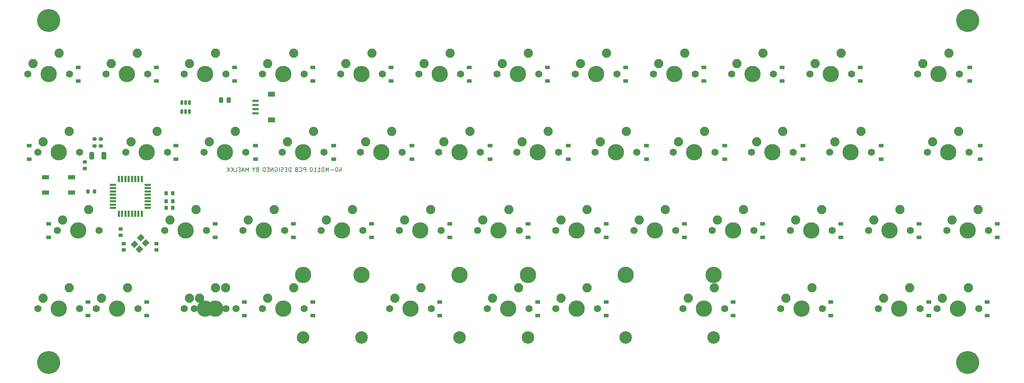
<source format=gbr>
%TF.GenerationSoftware,KiCad,Pcbnew,(7.0.0-rc2-153-g7d6218acb4)*%
%TF.CreationDate,2023-02-26T22:54:42+05:30*%
%TF.ProjectId,40-m0110,34302d6d-3031-4313-902e-6b696361645f,rev?*%
%TF.SameCoordinates,Original*%
%TF.FileFunction,Soldermask,Bot*%
%TF.FilePolarity,Negative*%
%FSLAX46Y46*%
G04 Gerber Fmt 4.6, Leading zero omitted, Abs format (unit mm)*
G04 Created by KiCad (PCBNEW (7.0.0-rc2-153-g7d6218acb4)) date 2023-02-26 22:54:42*
%MOMM*%
%LPD*%
G01*
G04 APERTURE LIST*
G04 Aperture macros list*
%AMRoundRect*
0 Rectangle with rounded corners*
0 $1 Rounding radius*
0 $2 $3 $4 $5 $6 $7 $8 $9 X,Y pos of 4 corners*
0 Add a 4 corners polygon primitive as box body*
4,1,4,$2,$3,$4,$5,$6,$7,$8,$9,$2,$3,0*
0 Add four circle primitives for the rounded corners*
1,1,$1+$1,$2,$3*
1,1,$1+$1,$4,$5*
1,1,$1+$1,$6,$7*
1,1,$1+$1,$8,$9*
0 Add four rect primitives between the rounded corners*
20,1,$1+$1,$2,$3,$4,$5,0*
20,1,$1+$1,$4,$5,$6,$7,0*
20,1,$1+$1,$6,$7,$8,$9,0*
20,1,$1+$1,$8,$9,$2,$3,0*%
%AMRotRect*
0 Rectangle, with rotation*
0 The origin of the aperture is its center*
0 $1 length*
0 $2 width*
0 $3 Rotation angle, in degrees counterclockwise*
0 Add horizontal line*
21,1,$1,$2,0,0,$3*%
G04 Aperture macros list end*
%ADD10C,0.150000*%
%ADD11C,1.750000*%
%ADD12C,3.987800*%
%ADD13C,2.250000*%
%ADD14C,3.048000*%
%ADD15C,5.600000*%
%ADD16RoundRect,0.225000X0.375000X-0.225000X0.375000X0.225000X-0.375000X0.225000X-0.375000X-0.225000X0*%
%ADD17RoundRect,0.243750X0.243750X0.456250X-0.243750X0.456250X-0.243750X-0.456250X0.243750X-0.456250X0*%
%ADD18RoundRect,0.150000X0.150000X-0.450000X0.150000X0.450000X-0.150000X0.450000X-0.150000X-0.450000X0*%
%ADD19RoundRect,0.250000X-0.325000X-0.650000X0.325000X-0.650000X0.325000X0.650000X-0.325000X0.650000X0*%
%ADD20R,0.550000X1.600000*%
%ADD21R,1.600000X0.550000*%
%ADD22RotRect,1.400000X1.200000X225.000000*%
%ADD23RoundRect,0.200000X-0.200000X-0.275000X0.200000X-0.275000X0.200000X0.275000X-0.200000X0.275000X0*%
%ADD24R,1.550000X0.600000*%
%ADD25C,0.400000*%
%ADD26R,1.800000X1.200000*%
%ADD27RoundRect,0.225000X-0.250000X0.225000X-0.250000X-0.225000X0.250000X-0.225000X0.250000X0.225000X0*%
%ADD28RoundRect,0.200000X-0.275000X0.200000X-0.275000X-0.200000X0.275000X-0.200000X0.275000X0.200000X0*%
%ADD29RoundRect,0.225000X-0.225000X-0.250000X0.225000X-0.250000X0.225000X0.250000X-0.225000X0.250000X0*%
%ADD30R,1.700000X1.000000*%
G04 APERTURE END LIST*
D10*
X101818695Y-13541641D02*
X101818695Y-14208307D01*
X102056790Y-13160688D02*
X102294885Y-13874974D01*
X102294885Y-13874974D02*
X101675838Y-13874974D01*
X101104409Y-13208307D02*
X101009171Y-13208307D01*
X101009171Y-13208307D02*
X100913933Y-13255927D01*
X100913933Y-13255927D02*
X100866314Y-13303546D01*
X100866314Y-13303546D02*
X100818695Y-13398784D01*
X100818695Y-13398784D02*
X100771076Y-13589260D01*
X100771076Y-13589260D02*
X100771076Y-13827355D01*
X100771076Y-13827355D02*
X100818695Y-14017831D01*
X100818695Y-14017831D02*
X100866314Y-14113069D01*
X100866314Y-14113069D02*
X100913933Y-14160688D01*
X100913933Y-14160688D02*
X101009171Y-14208307D01*
X101009171Y-14208307D02*
X101104409Y-14208307D01*
X101104409Y-14208307D02*
X101199647Y-14160688D01*
X101199647Y-14160688D02*
X101247266Y-14113069D01*
X101247266Y-14113069D02*
X101294885Y-14017831D01*
X101294885Y-14017831D02*
X101342504Y-13827355D01*
X101342504Y-13827355D02*
X101342504Y-13589260D01*
X101342504Y-13589260D02*
X101294885Y-13398784D01*
X101294885Y-13398784D02*
X101247266Y-13303546D01*
X101247266Y-13303546D02*
X101199647Y-13255927D01*
X101199647Y-13255927D02*
X101104409Y-13208307D01*
X100342504Y-13827355D02*
X99580600Y-13827355D01*
X99104409Y-14208307D02*
X99104409Y-13208307D01*
X99104409Y-13208307D02*
X98771076Y-13922593D01*
X98771076Y-13922593D02*
X98437743Y-13208307D01*
X98437743Y-13208307D02*
X98437743Y-14208307D01*
X97771076Y-13208307D02*
X97675838Y-13208307D01*
X97675838Y-13208307D02*
X97580600Y-13255927D01*
X97580600Y-13255927D02*
X97532981Y-13303546D01*
X97532981Y-13303546D02*
X97485362Y-13398784D01*
X97485362Y-13398784D02*
X97437743Y-13589260D01*
X97437743Y-13589260D02*
X97437743Y-13827355D01*
X97437743Y-13827355D02*
X97485362Y-14017831D01*
X97485362Y-14017831D02*
X97532981Y-14113069D01*
X97532981Y-14113069D02*
X97580600Y-14160688D01*
X97580600Y-14160688D02*
X97675838Y-14208307D01*
X97675838Y-14208307D02*
X97771076Y-14208307D01*
X97771076Y-14208307D02*
X97866314Y-14160688D01*
X97866314Y-14160688D02*
X97913933Y-14113069D01*
X97913933Y-14113069D02*
X97961552Y-14017831D01*
X97961552Y-14017831D02*
X98009171Y-13827355D01*
X98009171Y-13827355D02*
X98009171Y-13589260D01*
X98009171Y-13589260D02*
X97961552Y-13398784D01*
X97961552Y-13398784D02*
X97913933Y-13303546D01*
X97913933Y-13303546D02*
X97866314Y-13255927D01*
X97866314Y-13255927D02*
X97771076Y-13208307D01*
X96485362Y-14208307D02*
X97056790Y-14208307D01*
X96771076Y-14208307D02*
X96771076Y-13208307D01*
X96771076Y-13208307D02*
X96866314Y-13351165D01*
X96866314Y-13351165D02*
X96961552Y-13446403D01*
X96961552Y-13446403D02*
X97056790Y-13494022D01*
X95532981Y-14208307D02*
X96104409Y-14208307D01*
X95818695Y-14208307D02*
X95818695Y-13208307D01*
X95818695Y-13208307D02*
X95913933Y-13351165D01*
X95913933Y-13351165D02*
X96009171Y-13446403D01*
X96009171Y-13446403D02*
X96104409Y-13494022D01*
X94913933Y-13208307D02*
X94818695Y-13208307D01*
X94818695Y-13208307D02*
X94723457Y-13255927D01*
X94723457Y-13255927D02*
X94675838Y-13303546D01*
X94675838Y-13303546D02*
X94628219Y-13398784D01*
X94628219Y-13398784D02*
X94580600Y-13589260D01*
X94580600Y-13589260D02*
X94580600Y-13827355D01*
X94580600Y-13827355D02*
X94628219Y-14017831D01*
X94628219Y-14017831D02*
X94675838Y-14113069D01*
X94675838Y-14113069D02*
X94723457Y-14160688D01*
X94723457Y-14160688D02*
X94818695Y-14208307D01*
X94818695Y-14208307D02*
X94913933Y-14208307D01*
X94913933Y-14208307D02*
X95009171Y-14160688D01*
X95009171Y-14160688D02*
X95056790Y-14113069D01*
X95056790Y-14113069D02*
X95104409Y-14017831D01*
X95104409Y-14017831D02*
X95152028Y-13827355D01*
X95152028Y-13827355D02*
X95152028Y-13589260D01*
X95152028Y-13589260D02*
X95104409Y-13398784D01*
X95104409Y-13398784D02*
X95056790Y-13303546D01*
X95056790Y-13303546D02*
X95009171Y-13255927D01*
X95009171Y-13255927D02*
X94913933Y-13208307D01*
X93552028Y-14208307D02*
X93552028Y-13208307D01*
X93552028Y-13208307D02*
X93171076Y-13208307D01*
X93171076Y-13208307D02*
X93075838Y-13255927D01*
X93075838Y-13255927D02*
X93028219Y-13303546D01*
X93028219Y-13303546D02*
X92980600Y-13398784D01*
X92980600Y-13398784D02*
X92980600Y-13541641D01*
X92980600Y-13541641D02*
X93028219Y-13636879D01*
X93028219Y-13636879D02*
X93075838Y-13684498D01*
X93075838Y-13684498D02*
X93171076Y-13732117D01*
X93171076Y-13732117D02*
X93552028Y-13732117D01*
X91980600Y-14113069D02*
X92028219Y-14160688D01*
X92028219Y-14160688D02*
X92171076Y-14208307D01*
X92171076Y-14208307D02*
X92266314Y-14208307D01*
X92266314Y-14208307D02*
X92409171Y-14160688D01*
X92409171Y-14160688D02*
X92504409Y-14065450D01*
X92504409Y-14065450D02*
X92552028Y-13970212D01*
X92552028Y-13970212D02*
X92599647Y-13779736D01*
X92599647Y-13779736D02*
X92599647Y-13636879D01*
X92599647Y-13636879D02*
X92552028Y-13446403D01*
X92552028Y-13446403D02*
X92504409Y-13351165D01*
X92504409Y-13351165D02*
X92409171Y-13255927D01*
X92409171Y-13255927D02*
X92266314Y-13208307D01*
X92266314Y-13208307D02*
X92171076Y-13208307D01*
X92171076Y-13208307D02*
X92028219Y-13255927D01*
X92028219Y-13255927D02*
X91980600Y-13303546D01*
X91218695Y-13684498D02*
X91075838Y-13732117D01*
X91075838Y-13732117D02*
X91028219Y-13779736D01*
X91028219Y-13779736D02*
X90980600Y-13874974D01*
X90980600Y-13874974D02*
X90980600Y-14017831D01*
X90980600Y-14017831D02*
X91028219Y-14113069D01*
X91028219Y-14113069D02*
X91075838Y-14160688D01*
X91075838Y-14160688D02*
X91171076Y-14208307D01*
X91171076Y-14208307D02*
X91552028Y-14208307D01*
X91552028Y-14208307D02*
X91552028Y-13208307D01*
X91552028Y-13208307D02*
X91218695Y-13208307D01*
X91218695Y-13208307D02*
X91123457Y-13255927D01*
X91123457Y-13255927D02*
X91075838Y-13303546D01*
X91075838Y-13303546D02*
X91028219Y-13398784D01*
X91028219Y-13398784D02*
X91028219Y-13494022D01*
X91028219Y-13494022D02*
X91075838Y-13589260D01*
X91075838Y-13589260D02*
X91123457Y-13636879D01*
X91123457Y-13636879D02*
X91218695Y-13684498D01*
X91218695Y-13684498D02*
X91552028Y-13684498D01*
X89952028Y-14208307D02*
X89952028Y-13208307D01*
X89952028Y-13208307D02*
X89713933Y-13208307D01*
X89713933Y-13208307D02*
X89571076Y-13255927D01*
X89571076Y-13255927D02*
X89475838Y-13351165D01*
X89475838Y-13351165D02*
X89428219Y-13446403D01*
X89428219Y-13446403D02*
X89380600Y-13636879D01*
X89380600Y-13636879D02*
X89380600Y-13779736D01*
X89380600Y-13779736D02*
X89428219Y-13970212D01*
X89428219Y-13970212D02*
X89475838Y-14065450D01*
X89475838Y-14065450D02*
X89571076Y-14160688D01*
X89571076Y-14160688D02*
X89713933Y-14208307D01*
X89713933Y-14208307D02*
X89952028Y-14208307D01*
X88952028Y-13684498D02*
X88618695Y-13684498D01*
X88475838Y-14208307D02*
X88952028Y-14208307D01*
X88952028Y-14208307D02*
X88952028Y-13208307D01*
X88952028Y-13208307D02*
X88475838Y-13208307D01*
X88094885Y-14160688D02*
X87952028Y-14208307D01*
X87952028Y-14208307D02*
X87713933Y-14208307D01*
X87713933Y-14208307D02*
X87618695Y-14160688D01*
X87618695Y-14160688D02*
X87571076Y-14113069D01*
X87571076Y-14113069D02*
X87523457Y-14017831D01*
X87523457Y-14017831D02*
X87523457Y-13922593D01*
X87523457Y-13922593D02*
X87571076Y-13827355D01*
X87571076Y-13827355D02*
X87618695Y-13779736D01*
X87618695Y-13779736D02*
X87713933Y-13732117D01*
X87713933Y-13732117D02*
X87904409Y-13684498D01*
X87904409Y-13684498D02*
X87999647Y-13636879D01*
X87999647Y-13636879D02*
X88047266Y-13589260D01*
X88047266Y-13589260D02*
X88094885Y-13494022D01*
X88094885Y-13494022D02*
X88094885Y-13398784D01*
X88094885Y-13398784D02*
X88047266Y-13303546D01*
X88047266Y-13303546D02*
X87999647Y-13255927D01*
X87999647Y-13255927D02*
X87904409Y-13208307D01*
X87904409Y-13208307D02*
X87666314Y-13208307D01*
X87666314Y-13208307D02*
X87523457Y-13255927D01*
X87094885Y-14208307D02*
X87094885Y-13208307D01*
X86094886Y-13255927D02*
X86190124Y-13208307D01*
X86190124Y-13208307D02*
X86332981Y-13208307D01*
X86332981Y-13208307D02*
X86475838Y-13255927D01*
X86475838Y-13255927D02*
X86571076Y-13351165D01*
X86571076Y-13351165D02*
X86618695Y-13446403D01*
X86618695Y-13446403D02*
X86666314Y-13636879D01*
X86666314Y-13636879D02*
X86666314Y-13779736D01*
X86666314Y-13779736D02*
X86618695Y-13970212D01*
X86618695Y-13970212D02*
X86571076Y-14065450D01*
X86571076Y-14065450D02*
X86475838Y-14160688D01*
X86475838Y-14160688D02*
X86332981Y-14208307D01*
X86332981Y-14208307D02*
X86237743Y-14208307D01*
X86237743Y-14208307D02*
X86094886Y-14160688D01*
X86094886Y-14160688D02*
X86047267Y-14113069D01*
X86047267Y-14113069D02*
X86047267Y-13779736D01*
X86047267Y-13779736D02*
X86237743Y-13779736D01*
X85618695Y-14208307D02*
X85618695Y-13208307D01*
X85618695Y-13208307D02*
X85047267Y-14208307D01*
X85047267Y-14208307D02*
X85047267Y-13208307D01*
X84571076Y-13684498D02*
X84237743Y-13684498D01*
X84094886Y-14208307D02*
X84571076Y-14208307D01*
X84571076Y-14208307D02*
X84571076Y-13208307D01*
X84571076Y-13208307D02*
X84094886Y-13208307D01*
X83666314Y-14208307D02*
X83666314Y-13208307D01*
X83666314Y-13208307D02*
X83428219Y-13208307D01*
X83428219Y-13208307D02*
X83285362Y-13255927D01*
X83285362Y-13255927D02*
X83190124Y-13351165D01*
X83190124Y-13351165D02*
X83142505Y-13446403D01*
X83142505Y-13446403D02*
X83094886Y-13636879D01*
X83094886Y-13636879D02*
X83094886Y-13779736D01*
X83094886Y-13779736D02*
X83142505Y-13970212D01*
X83142505Y-13970212D02*
X83190124Y-14065450D01*
X83190124Y-14065450D02*
X83285362Y-14160688D01*
X83285362Y-14160688D02*
X83428219Y-14208307D01*
X83428219Y-14208307D02*
X83666314Y-14208307D01*
X81732981Y-13684498D02*
X81590124Y-13732117D01*
X81590124Y-13732117D02*
X81542505Y-13779736D01*
X81542505Y-13779736D02*
X81494886Y-13874974D01*
X81494886Y-13874974D02*
X81494886Y-14017831D01*
X81494886Y-14017831D02*
X81542505Y-14113069D01*
X81542505Y-14113069D02*
X81590124Y-14160688D01*
X81590124Y-14160688D02*
X81685362Y-14208307D01*
X81685362Y-14208307D02*
X82066314Y-14208307D01*
X82066314Y-14208307D02*
X82066314Y-13208307D01*
X82066314Y-13208307D02*
X81732981Y-13208307D01*
X81732981Y-13208307D02*
X81637743Y-13255927D01*
X81637743Y-13255927D02*
X81590124Y-13303546D01*
X81590124Y-13303546D02*
X81542505Y-13398784D01*
X81542505Y-13398784D02*
X81542505Y-13494022D01*
X81542505Y-13494022D02*
X81590124Y-13589260D01*
X81590124Y-13589260D02*
X81637743Y-13636879D01*
X81637743Y-13636879D02*
X81732981Y-13684498D01*
X81732981Y-13684498D02*
X82066314Y-13684498D01*
X80875838Y-13732117D02*
X80875838Y-14208307D01*
X81209171Y-13208307D02*
X80875838Y-13732117D01*
X80875838Y-13732117D02*
X80542505Y-13208307D01*
X79609171Y-14208307D02*
X79609171Y-13208307D01*
X79609171Y-13208307D02*
X79275838Y-13922593D01*
X79275838Y-13922593D02*
X78942505Y-13208307D01*
X78942505Y-13208307D02*
X78942505Y-14208307D01*
X78513933Y-13922593D02*
X78037743Y-13922593D01*
X78609171Y-14208307D02*
X78275838Y-13208307D01*
X78275838Y-13208307D02*
X77942505Y-14208307D01*
X77609171Y-13684498D02*
X77275838Y-13684498D01*
X77132981Y-14208307D02*
X77609171Y-14208307D01*
X77609171Y-14208307D02*
X77609171Y-13208307D01*
X77609171Y-13208307D02*
X77132981Y-13208307D01*
X76228219Y-14208307D02*
X76704409Y-14208307D01*
X76704409Y-14208307D02*
X76704409Y-13208307D01*
X75894885Y-14208307D02*
X75894885Y-13208307D01*
X75323457Y-14208307D02*
X75752028Y-13636879D01*
X75323457Y-13208307D02*
X75894885Y-13779736D01*
X74894885Y-14208307D02*
X74894885Y-13208307D01*
X74323457Y-14208307D02*
X74752028Y-13636879D01*
X74323457Y-13208307D02*
X74894885Y-13779736D01*
D11*
%TO.C,MX21*%
X183038750Y-9525000D03*
D12*
X188118750Y-9525000D03*
D11*
X193198750Y-9525000D03*
D13*
X184308750Y-6985000D03*
X190658750Y-4445000D03*
%TD*%
D11*
%TO.C,MX7*%
X140176250Y9525000D03*
D12*
X145256250Y9525000D03*
D11*
X150336250Y9525000D03*
D13*
X141446250Y12065000D03*
X147796250Y14605000D03*
%TD*%
D11*
%TO.C,MX24*%
X244951250Y-9525000D03*
D12*
X250031250Y-9525000D03*
D11*
X255111250Y-9525000D03*
D13*
X246221250Y-6985000D03*
X252571250Y-4445000D03*
%TD*%
D11*
%TO.C,MX11*%
X216376250Y9525000D03*
D12*
X221456250Y9525000D03*
D11*
X226536250Y9525000D03*
D13*
X217646250Y12065000D03*
X223996250Y14605000D03*
%TD*%
D11*
%TO.C,MX20*%
X163988750Y-9525000D03*
D12*
X169068750Y-9525000D03*
D11*
X174148750Y-9525000D03*
D13*
X165258750Y-6985000D03*
X171608750Y-4445000D03*
%TD*%
D11*
%TO.C,MX22*%
X202088750Y-9525000D03*
D12*
X207168750Y-9525000D03*
D11*
X212248750Y-9525000D03*
D13*
X203358750Y-6985000D03*
X209708750Y-4445000D03*
%TD*%
D11*
%TO.C,MX15*%
X68738750Y-9525000D03*
D12*
X73818750Y-9525000D03*
D11*
X78898750Y-9525000D03*
D13*
X70008750Y-6985000D03*
X76358750Y-4445000D03*
%TD*%
D11*
%TO.C,MX23*%
X221138750Y-9525000D03*
D12*
X226218750Y-9525000D03*
D11*
X231298750Y-9525000D03*
D13*
X222408750Y-6985000D03*
X228758750Y-4445000D03*
%TD*%
D11*
%TO.C,MX26*%
X28257500Y-47625000D03*
D12*
X33337500Y-47625000D03*
D11*
X38417500Y-47625000D03*
D13*
X29527500Y-45085000D03*
X35877500Y-42545000D03*
%TD*%
D11*
%TO.C,MX41*%
X192563750Y-28575000D03*
D12*
X197643750Y-28575000D03*
D11*
X202723750Y-28575000D03*
D13*
X193833750Y-26035000D03*
X200183750Y-23495000D03*
%TD*%
D11*
%TO.C,MX18*%
X125888750Y-9525000D03*
D12*
X130968750Y-9525000D03*
D11*
X136048750Y-9525000D03*
D13*
X127158750Y-6985000D03*
X133508750Y-4445000D03*
%TD*%
D11*
%TO.C,MX25*%
X33020000Y-28575000D03*
D12*
X38100000Y-28575000D03*
D11*
X43180000Y-28575000D03*
D13*
X34290000Y-26035000D03*
X40640000Y-23495000D03*
%TD*%
D11*
%TO.C,MX46*%
X233045000Y-47625000D03*
D12*
X238125000Y-47625000D03*
D11*
X243205000Y-47625000D03*
D13*
X234315000Y-45085000D03*
X240665000Y-42545000D03*
%TD*%
D11*
%TO.C,MX43*%
X211613750Y-28575000D03*
D12*
X216693750Y-28575000D03*
D11*
X221773750Y-28575000D03*
D13*
X212883750Y-26035000D03*
X219233750Y-23495000D03*
%TD*%
D11*
%TO.C,MX8*%
X159226250Y9525000D03*
D12*
X164306250Y9525000D03*
D11*
X169386250Y9525000D03*
D13*
X160496250Y12065000D03*
X166846250Y14605000D03*
%TD*%
D11*
%TO.C,MX17*%
X106838750Y-9525000D03*
D12*
X111918750Y-9525000D03*
D11*
X116998750Y-9525000D03*
D13*
X108108750Y-6985000D03*
X114458750Y-4445000D03*
%TD*%
D11*
%TO.C,MX12*%
X242570000Y9525000D03*
D12*
X247650000Y9525000D03*
D11*
X252730000Y9525000D03*
D13*
X243840000Y12065000D03*
X250190000Y14605000D03*
%TD*%
D11*
%TO.C,MX49*%
X66357500Y-47625000D03*
D12*
X71437500Y-47625000D03*
D11*
X76517500Y-47625000D03*
D13*
X67627500Y-45085000D03*
X73977500Y-42545000D03*
%TD*%
D11*
%TO.C,MX29*%
X78263750Y-28575000D03*
D12*
X83343750Y-28575000D03*
D11*
X88423750Y-28575000D03*
D13*
X79533750Y-26035000D03*
X85883750Y-23495000D03*
%TD*%
D11*
%TO.C,MX9*%
X178276250Y9525000D03*
D12*
X183356250Y9525000D03*
D11*
X188436250Y9525000D03*
D13*
X179546250Y12065000D03*
X185896250Y14605000D03*
%TD*%
D11*
%TO.C,MX47*%
X249713750Y-28575000D03*
D12*
X254793750Y-28575000D03*
D11*
X259873750Y-28575000D03*
D13*
X250983750Y-26035000D03*
X257333750Y-23495000D03*
%TD*%
D11*
%TO.C,MX35*%
X135413750Y-28575000D03*
D12*
X140493750Y-28575000D03*
D11*
X145573750Y-28575000D03*
D13*
X136683750Y-26035000D03*
X143033750Y-23495000D03*
%TD*%
D11*
%TO.C,MX28*%
X42545000Y-47625000D03*
D12*
X47625000Y-47625000D03*
D11*
X52705000Y-47625000D03*
D13*
X43815000Y-45085000D03*
X50165000Y-42545000D03*
%TD*%
D12*
%TO.C,MX34*%
X107156250Y-39370000D03*
D14*
X107156250Y-54610000D03*
D11*
X113982500Y-47625000D03*
D12*
X119062500Y-47625000D03*
D11*
X124142500Y-47625000D03*
D12*
X130968750Y-39370000D03*
D14*
X130968750Y-54610000D03*
D13*
X115252500Y-45085000D03*
X121602500Y-42545000D03*
%TD*%
D15*
%TO.C,H2*%
X254793750Y22600000D03*
%TD*%
D11*
%TO.C,MX27*%
X59213750Y-28575000D03*
D12*
X64293750Y-28575000D03*
D11*
X69373750Y-28575000D03*
D13*
X60483750Y-26035000D03*
X66833750Y-23495000D03*
%TD*%
D15*
%TO.C,H4*%
X254793750Y-60700000D03*
%TD*%
D11*
%TO.C,MX2*%
X44926250Y9525000D03*
D12*
X50006250Y9525000D03*
D11*
X55086250Y9525000D03*
D13*
X46196250Y12065000D03*
X52546250Y14605000D03*
%TD*%
D11*
%TO.C,MX45*%
X230663750Y-28575000D03*
D12*
X235743750Y-28575000D03*
D11*
X240823750Y-28575000D03*
D13*
X231933750Y-26035000D03*
X238283750Y-23495000D03*
%TD*%
D11*
%TO.C,MX6*%
X121126250Y9525000D03*
D12*
X126206250Y9525000D03*
D11*
X131286250Y9525000D03*
D13*
X122396250Y12065000D03*
X128746250Y14605000D03*
%TD*%
D11*
%TO.C,MX42*%
X185420000Y-47625000D03*
D12*
X190500000Y-47625000D03*
D11*
X195580000Y-47625000D03*
D13*
X186690000Y-45085000D03*
X193040000Y-42545000D03*
%TD*%
D12*
%TO.C,MX38*%
X147637500Y-39370000D03*
D14*
X147637500Y-54610000D03*
D11*
X154463750Y-47625000D03*
D12*
X159543750Y-47625000D03*
D11*
X164623750Y-47625000D03*
D12*
X171450000Y-39370000D03*
D14*
X171450000Y-54610000D03*
D13*
X155733750Y-45085000D03*
X162083750Y-42545000D03*
%TD*%
D11*
%TO.C,MX14*%
X49688750Y-9525000D03*
D12*
X54768750Y-9525000D03*
D11*
X59848750Y-9525000D03*
D13*
X50958750Y-6985000D03*
X57308750Y-4445000D03*
%TD*%
D11*
%TO.C,MX44*%
X209232500Y-47625000D03*
D12*
X214312500Y-47625000D03*
D11*
X219392500Y-47625000D03*
D13*
X210502500Y-45085000D03*
X216852500Y-42545000D03*
%TD*%
D12*
%TO.C,MX36*%
X92875100Y-39370000D03*
D14*
X92875100Y-54610000D03*
D11*
X137795000Y-47625000D03*
D12*
X142875000Y-47625000D03*
D11*
X147955000Y-47625000D03*
D12*
X192874900Y-39370000D03*
D14*
X192874900Y-54610000D03*
D13*
X139065000Y-45085000D03*
X145415000Y-42545000D03*
%TD*%
D11*
%TO.C,MX5*%
X102076250Y9525000D03*
D12*
X107156250Y9525000D03*
D11*
X112236250Y9525000D03*
D13*
X103346250Y12065000D03*
X109696250Y14605000D03*
%TD*%
D11*
%TO.C,MX3*%
X63976250Y9525000D03*
D12*
X69056250Y9525000D03*
D11*
X74136250Y9525000D03*
D13*
X65246250Y12065000D03*
X71596250Y14605000D03*
%TD*%
D15*
%TO.C,H3*%
X30956250Y-60700000D03*
%TD*%
D11*
%TO.C,MX13*%
X28257500Y-9525000D03*
D12*
X33337500Y-9525000D03*
D11*
X38417500Y-9525000D03*
D13*
X29527500Y-6985000D03*
X35877500Y-4445000D03*
%TD*%
D11*
%TO.C,MX1*%
X25876250Y9525000D03*
D12*
X30956250Y9525000D03*
D11*
X36036250Y9525000D03*
D13*
X27146250Y12065000D03*
X33496250Y14605000D03*
%TD*%
D11*
%TO.C,MX31*%
X97313750Y-28575000D03*
D12*
X102393750Y-28575000D03*
D11*
X107473750Y-28575000D03*
D13*
X98583750Y-26035000D03*
X104933750Y-23495000D03*
%TD*%
D11*
%TO.C,MX33*%
X116363750Y-28575000D03*
D12*
X121443750Y-28575000D03*
D11*
X126523750Y-28575000D03*
D13*
X117633750Y-26035000D03*
X123983750Y-23495000D03*
%TD*%
D11*
%TO.C,MX32*%
X83026250Y-47625000D03*
D12*
X88106250Y-47625000D03*
D11*
X93186250Y-47625000D03*
D13*
X84296250Y-45085000D03*
X90646250Y-42545000D03*
%TD*%
D11*
%TO.C,MX10*%
X197326250Y9525000D03*
D12*
X202406250Y9525000D03*
D11*
X207486250Y9525000D03*
D13*
X198596250Y12065000D03*
X204946250Y14605000D03*
%TD*%
D11*
%TO.C,MX48*%
X247332500Y-47625000D03*
D12*
X252412500Y-47625000D03*
D11*
X257492500Y-47625000D03*
D13*
X248602500Y-45085000D03*
X254952500Y-42545000D03*
%TD*%
D15*
%TO.C,H1*%
X30956250Y22600000D03*
%TD*%
D11*
%TO.C,MX30*%
X63976250Y-47625000D03*
D12*
X69056250Y-47625000D03*
D11*
X74136250Y-47625000D03*
D13*
X65246250Y-45085000D03*
X71596250Y-42545000D03*
%TD*%
D11*
%TO.C,MX37*%
X154463750Y-28575000D03*
D12*
X159543750Y-28575000D03*
D11*
X164623750Y-28575000D03*
D13*
X155733750Y-26035000D03*
X162083750Y-23495000D03*
%TD*%
D11*
%TO.C,MX39*%
X173513750Y-28575000D03*
D12*
X178593750Y-28575000D03*
D11*
X183673750Y-28575000D03*
D13*
X174783750Y-26035000D03*
X181133750Y-23495000D03*
%TD*%
D11*
%TO.C,MX16*%
X87788750Y-9525000D03*
D12*
X92868750Y-9525000D03*
D11*
X97948750Y-9525000D03*
D13*
X89058750Y-6985000D03*
X95408750Y-4445000D03*
%TD*%
D11*
%TO.C,MX19*%
X144938750Y-9525000D03*
D12*
X150018750Y-9525000D03*
D11*
X155098750Y-9525000D03*
D13*
X146208750Y-6985000D03*
X152558750Y-4445000D03*
%TD*%
D11*
%TO.C,MX4*%
X83026250Y9525000D03*
D12*
X88106250Y9525000D03*
D11*
X93186250Y9525000D03*
D13*
X84296250Y12065000D03*
X90646250Y14605000D03*
%TD*%
D16*
%TO.C,D26*%
X40481250Y-49275000D03*
X40481250Y-45975000D03*
%TD*%
%TO.C,D46*%
X245268750Y-49275000D03*
X245268750Y-45975000D03*
%TD*%
%TO.C,D2*%
X57150000Y7875000D03*
X57150000Y11175000D03*
%TD*%
%TO.C,D12*%
X255270000Y7875000D03*
X255270000Y11175000D03*
%TD*%
%TO.C,D33*%
X128587500Y-30225000D03*
X128587500Y-26925000D03*
%TD*%
%TO.C,D25*%
X30956250Y-30225000D03*
X30956250Y-26925000D03*
%TD*%
%TO.C,D15*%
X81280000Y-11175000D03*
X81280000Y-7875000D03*
%TD*%
D17*
%TO.C,F1*%
X74756250Y3175000D03*
X72881250Y3175000D03*
%TD*%
D16*
%TO.C,D18*%
X138430000Y-11175000D03*
X138430000Y-7875000D03*
%TD*%
%TO.C,D24*%
X257810000Y-11175000D03*
X257810000Y-7875000D03*
%TD*%
%TO.C,D10*%
X209550000Y7875000D03*
X209550000Y11175000D03*
%TD*%
%TO.C,D39*%
X185737500Y-30225000D03*
X185737500Y-26925000D03*
%TD*%
%TO.C,D42*%
X197643750Y-49275000D03*
X197643750Y-45975000D03*
%TD*%
%TO.C,D37*%
X166687500Y-30225000D03*
X166687500Y-26925000D03*
%TD*%
D18*
%TO.C,U2*%
X65243750Y362500D03*
X64293750Y362500D03*
X63343750Y362500D03*
X63343750Y2637500D03*
X64293750Y2637500D03*
X65243750Y2637500D03*
%TD*%
D16*
%TO.C,D48*%
X259556250Y-49275000D03*
X259556250Y-45975000D03*
%TD*%
D19*
%TO.C,C5*%
X41387500Y-10318750D03*
X44337500Y-10318750D03*
%TD*%
D20*
%TO.C,U1*%
X53599999Y-24512499D03*
X52799999Y-24512499D03*
X51999999Y-24512499D03*
X51199999Y-24512499D03*
X50399999Y-24512499D03*
X49599999Y-24512499D03*
X48799999Y-24512499D03*
X47999999Y-24512499D03*
D21*
X46549999Y-23062499D03*
X46549999Y-22262499D03*
X46549999Y-21462499D03*
X46549999Y-20662499D03*
X46549999Y-19862499D03*
X46549999Y-19062499D03*
X46549999Y-18262499D03*
X46549999Y-17462499D03*
D20*
X47999999Y-16012499D03*
X48799999Y-16012499D03*
X49599999Y-16012499D03*
X50399999Y-16012499D03*
X51199999Y-16012499D03*
X51999999Y-16012499D03*
X52799999Y-16012499D03*
X53599999Y-16012499D03*
D21*
X55049999Y-17462499D03*
X55049999Y-18262499D03*
X55049999Y-19062499D03*
X55049999Y-19862499D03*
X55049999Y-20662499D03*
X55049999Y-21462499D03*
X55049999Y-22262499D03*
X55049999Y-23062499D03*
%TD*%
D22*
%TO.C,Y1*%
X54560107Y-31573222D03*
X53004472Y-33128857D03*
X51802391Y-31926776D03*
X53358026Y-30371141D03*
%TD*%
D16*
%TO.C,D21*%
X195580000Y-11175000D03*
X195580000Y-7875000D03*
%TD*%
%TO.C,D30*%
X78581250Y-49275000D03*
X78581250Y-45975000D03*
%TD*%
%TO.C,D14*%
X61912500Y-11175000D03*
X61912500Y-7875000D03*
%TD*%
%TO.C,D1*%
X38100000Y7875000D03*
X38100000Y11175000D03*
%TD*%
%TO.C,D34*%
X126206250Y-49275000D03*
X126206250Y-45975000D03*
%TD*%
D23*
%TO.C,R2*%
X40450000Y-19050000D03*
X42100000Y-19050000D03*
%TD*%
D16*
%TO.C,D47*%
X261937500Y-30225000D03*
X261937500Y-26925000D03*
%TD*%
%TO.C,D22*%
X214630000Y-11175000D03*
X214630000Y-7875000D03*
%TD*%
%TO.C,D35*%
X147637500Y-30225000D03*
X147637500Y-26925000D03*
%TD*%
%TO.C,D36*%
X150018750Y-49275000D03*
X150018750Y-45975000D03*
%TD*%
D24*
%TO.C,J1*%
X81318749Y2999999D03*
X81318749Y1999999D03*
X81318749Y999999D03*
X81318749Y0D03*
D25*
X85893750Y5000000D03*
X84493750Y5000000D03*
X85193750Y4950000D03*
D26*
X85193749Y4599999D03*
D25*
X85193750Y4250000D03*
X85893750Y4200000D03*
X84493750Y4200000D03*
X85893750Y-1200000D03*
X84493750Y-1200000D03*
X85193750Y-1250000D03*
D26*
X85193749Y-1599999D03*
D25*
X85193750Y-1950000D03*
X85893750Y-2000000D03*
X84493750Y-2000000D03*
%TD*%
D27*
%TO.C,C6*%
X57150000Y-31768750D03*
X57150000Y-33318750D03*
%TD*%
D16*
%TO.C,D43*%
X223837500Y-30225000D03*
X223837500Y-26925000D03*
%TD*%
%TO.C,D13*%
X26193750Y-11175000D03*
X26193750Y-7875000D03*
%TD*%
D28*
%TO.C,R4*%
X42068750Y-6318750D03*
X42068750Y-7968750D03*
%TD*%
D29*
%TO.C,C1*%
X59550000Y-19468750D03*
X61100000Y-19468750D03*
%TD*%
D16*
%TO.C,D23*%
X233680000Y-11175000D03*
X233680000Y-7875000D03*
%TD*%
D29*
%TO.C,C3*%
X59550000Y-21431250D03*
X61100000Y-21431250D03*
%TD*%
D16*
%TO.C,D31*%
X109537500Y-30225000D03*
X109537500Y-26925000D03*
%TD*%
%TO.C,D19*%
X157480000Y-11175000D03*
X157480000Y-7875000D03*
%TD*%
%TO.C,D9*%
X190500000Y7875000D03*
X190500000Y11175000D03*
%TD*%
%TO.C,D17*%
X119380000Y-11175000D03*
X119380000Y-7875000D03*
%TD*%
%TO.C,D29*%
X90487500Y-30225000D03*
X90487500Y-26925000D03*
%TD*%
D30*
%TO.C,SW1*%
X30187499Y-19362499D03*
X36487499Y-19362499D03*
X30187499Y-15562499D03*
X36487499Y-15562499D03*
%TD*%
D16*
%TO.C,D27*%
X71437500Y-30225000D03*
X71437500Y-26925000D03*
%TD*%
%TO.C,D45*%
X242887500Y-30225000D03*
X242887500Y-26925000D03*
%TD*%
D28*
%TO.C,R1*%
X39687500Y-11875000D03*
X39687500Y-13525000D03*
%TD*%
D16*
%TO.C,D7*%
X152400000Y7875000D03*
X152400000Y11175000D03*
%TD*%
%TO.C,D11*%
X228600000Y7875000D03*
X228600000Y11175000D03*
%TD*%
%TO.C,D44*%
X221456250Y-49275000D03*
X221456250Y-45975000D03*
%TD*%
D29*
%TO.C,C4*%
X59550000Y-23018750D03*
X61100000Y-23018750D03*
%TD*%
D16*
%TO.C,D5*%
X114300000Y7875000D03*
X114300000Y11175000D03*
%TD*%
%TO.C,D3*%
X76200000Y7875000D03*
X76200000Y11175000D03*
%TD*%
%TO.C,D28*%
X54768750Y-49275000D03*
X54768750Y-45975000D03*
%TD*%
%TO.C,D32*%
X95250000Y-49275000D03*
X95250000Y-45975000D03*
%TD*%
%TO.C,D6*%
X133350000Y7875000D03*
X133350000Y11175000D03*
%TD*%
%TO.C,D20*%
X176530000Y-11175000D03*
X176530000Y-7875000D03*
%TD*%
%TO.C,D16*%
X100330000Y-11175000D03*
X100330000Y-7875000D03*
%TD*%
%TO.C,D41*%
X204787500Y-30225000D03*
X204787500Y-26925000D03*
%TD*%
%TO.C,D8*%
X171450000Y7875000D03*
X171450000Y11175000D03*
%TD*%
D27*
%TO.C,C2*%
X48418750Y-28218750D03*
X48418750Y-29768750D03*
%TD*%
%TO.C,C7*%
X49212500Y-31768750D03*
X49212500Y-33318750D03*
%TD*%
D16*
%TO.C,D38*%
X166687500Y-49275000D03*
X166687500Y-45975000D03*
%TD*%
D28*
%TO.C,R3*%
X43656250Y-6318750D03*
X43656250Y-7968750D03*
%TD*%
D16*
%TO.C,D4*%
X95250000Y7875000D03*
X95250000Y11175000D03*
%TD*%
M02*

</source>
